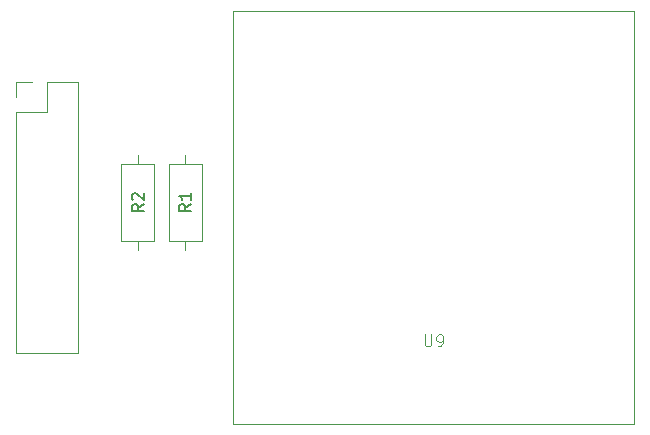
<source format=gbr>
%TF.GenerationSoftware,KiCad,Pcbnew,9.0.0*%
%TF.CreationDate,2025-03-24T14:10:48-05:00*%
%TF.ProjectId,DIIN-proyecto,4449494e-2d70-4726-9f79-6563746f2e6b,rev?*%
%TF.SameCoordinates,Original*%
%TF.FileFunction,Legend,Top*%
%TF.FilePolarity,Positive*%
%FSLAX46Y46*%
G04 Gerber Fmt 4.6, Leading zero omitted, Abs format (unit mm)*
G04 Created by KiCad (PCBNEW 9.0.0) date 2025-03-24 14:10:48*
%MOMM*%
%LPD*%
G01*
G04 APERTURE LIST*
%ADD10C,0.150000*%
%ADD11C,0.100000*%
%ADD12C,0.120000*%
G04 APERTURE END LIST*
D10*
X150954819Y-61666666D02*
X150478628Y-61999999D01*
X150954819Y-62238094D02*
X149954819Y-62238094D01*
X149954819Y-62238094D02*
X149954819Y-61857142D01*
X149954819Y-61857142D02*
X150002438Y-61761904D01*
X150002438Y-61761904D02*
X150050057Y-61714285D01*
X150050057Y-61714285D02*
X150145295Y-61666666D01*
X150145295Y-61666666D02*
X150288152Y-61666666D01*
X150288152Y-61666666D02*
X150383390Y-61714285D01*
X150383390Y-61714285D02*
X150431009Y-61761904D01*
X150431009Y-61761904D02*
X150478628Y-61857142D01*
X150478628Y-61857142D02*
X150478628Y-62238094D01*
X150954819Y-60714285D02*
X150954819Y-61285713D01*
X150954819Y-60999999D02*
X149954819Y-60999999D01*
X149954819Y-60999999D02*
X150097676Y-61095237D01*
X150097676Y-61095237D02*
X150192914Y-61190475D01*
X150192914Y-61190475D02*
X150240533Y-61285713D01*
X146954819Y-61666666D02*
X146478628Y-61999999D01*
X146954819Y-62238094D02*
X145954819Y-62238094D01*
X145954819Y-62238094D02*
X145954819Y-61857142D01*
X145954819Y-61857142D02*
X146002438Y-61761904D01*
X146002438Y-61761904D02*
X146050057Y-61714285D01*
X146050057Y-61714285D02*
X146145295Y-61666666D01*
X146145295Y-61666666D02*
X146288152Y-61666666D01*
X146288152Y-61666666D02*
X146383390Y-61714285D01*
X146383390Y-61714285D02*
X146431009Y-61761904D01*
X146431009Y-61761904D02*
X146478628Y-61857142D01*
X146478628Y-61857142D02*
X146478628Y-62238094D01*
X146050057Y-61285713D02*
X146002438Y-61238094D01*
X146002438Y-61238094D02*
X145954819Y-61142856D01*
X145954819Y-61142856D02*
X145954819Y-60904761D01*
X145954819Y-60904761D02*
X146002438Y-60809523D01*
X146002438Y-60809523D02*
X146050057Y-60761904D01*
X146050057Y-60761904D02*
X146145295Y-60714285D01*
X146145295Y-60714285D02*
X146240533Y-60714285D01*
X146240533Y-60714285D02*
X146383390Y-60761904D01*
X146383390Y-60761904D02*
X146954819Y-61333332D01*
X146954819Y-61333332D02*
X146954819Y-60714285D01*
D11*
X170748095Y-72697419D02*
X170748095Y-73506942D01*
X170748095Y-73506942D02*
X170795714Y-73602180D01*
X170795714Y-73602180D02*
X170843333Y-73649800D01*
X170843333Y-73649800D02*
X170938571Y-73697419D01*
X170938571Y-73697419D02*
X171129047Y-73697419D01*
X171129047Y-73697419D02*
X171224285Y-73649800D01*
X171224285Y-73649800D02*
X171271904Y-73602180D01*
X171271904Y-73602180D02*
X171319523Y-73506942D01*
X171319523Y-73506942D02*
X171319523Y-72697419D01*
X171843333Y-73697419D02*
X172033809Y-73697419D01*
X172033809Y-73697419D02*
X172129047Y-73649800D01*
X172129047Y-73649800D02*
X172176666Y-73602180D01*
X172176666Y-73602180D02*
X172271904Y-73459323D01*
X172271904Y-73459323D02*
X172319523Y-73268847D01*
X172319523Y-73268847D02*
X172319523Y-72887895D01*
X172319523Y-72887895D02*
X172271904Y-72792657D01*
X172271904Y-72792657D02*
X172224285Y-72745038D01*
X172224285Y-72745038D02*
X172129047Y-72697419D01*
X172129047Y-72697419D02*
X171938571Y-72697419D01*
X171938571Y-72697419D02*
X171843333Y-72745038D01*
X171843333Y-72745038D02*
X171795714Y-72792657D01*
X171795714Y-72792657D02*
X171748095Y-72887895D01*
X171748095Y-72887895D02*
X171748095Y-73125990D01*
X171748095Y-73125990D02*
X171795714Y-73221228D01*
X171795714Y-73221228D02*
X171843333Y-73268847D01*
X171843333Y-73268847D02*
X171938571Y-73316466D01*
X171938571Y-73316466D02*
X172129047Y-73316466D01*
X172129047Y-73316466D02*
X172224285Y-73268847D01*
X172224285Y-73268847D02*
X172271904Y-73221228D01*
X172271904Y-73221228D02*
X172319523Y-73125990D01*
D12*
%TO.C,J1*%
X141370000Y-51300000D02*
X141370000Y-74280000D01*
X138770000Y-53900000D02*
X138770000Y-51300000D01*
X138770000Y-51300000D02*
X141370000Y-51300000D01*
X136170000Y-74280000D02*
X141370000Y-74280000D01*
X136170000Y-53900000D02*
X138770000Y-53900000D01*
X136170000Y-53900000D02*
X136170000Y-74280000D01*
X136170000Y-52630000D02*
X136170000Y-51300000D01*
X136170000Y-51300000D02*
X137500000Y-51300000D01*
%TO.C,R1*%
X150500000Y-65540000D02*
X150500000Y-64770000D01*
X149130000Y-64770000D02*
X151870000Y-64770000D01*
X151870000Y-64770000D02*
X151870000Y-58230000D01*
X149130000Y-58230000D02*
X149130000Y-64770000D01*
X151870000Y-58230000D02*
X149130000Y-58230000D01*
X150500000Y-57460000D02*
X150500000Y-58230000D01*
%TO.C,R2*%
X146450000Y-65540000D02*
X146450000Y-64770000D01*
X145080000Y-64770000D02*
X147820000Y-64770000D01*
X147820000Y-64770000D02*
X147820000Y-58230000D01*
X145080000Y-58230000D02*
X145080000Y-64770000D01*
X147820000Y-58230000D02*
X145080000Y-58230000D01*
X146450000Y-57460000D02*
X146450000Y-58230000D01*
D11*
%TO.C,U9*%
X154510000Y-45280000D02*
X154510000Y-80280000D01*
X154510000Y-80280000D02*
X188510000Y-80280000D01*
X188510000Y-45280000D02*
X154510000Y-45280000D01*
X188510000Y-80280000D02*
X188510000Y-45280000D01*
%TD*%
M02*

</source>
